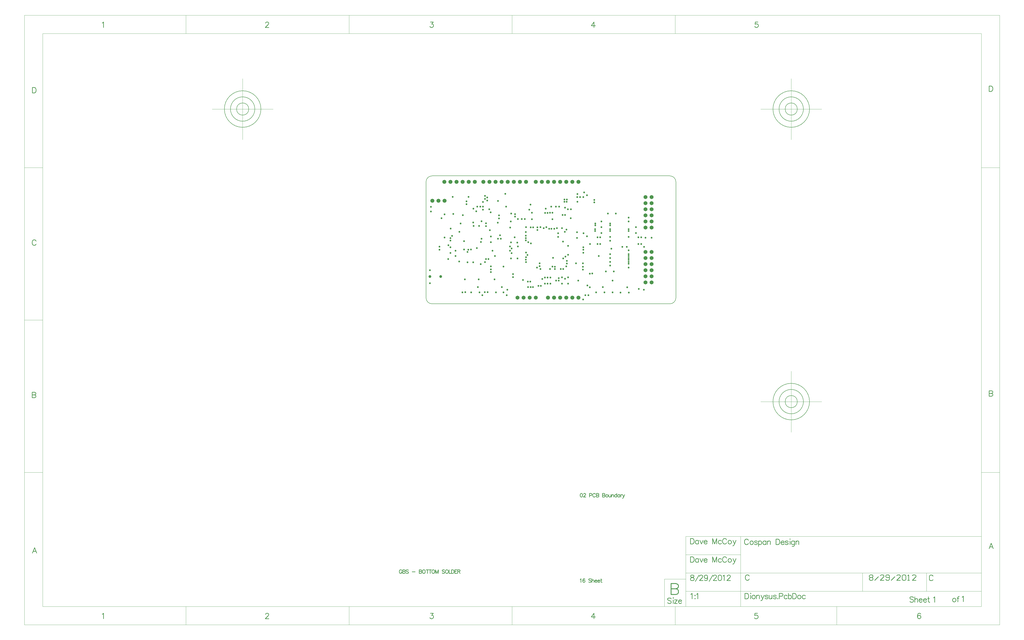
<source format=gbs>
%FSLAX25Y25*%
%MOIN*%
G70*
G01*
G75*
G04 Layer_Color=16711935*
%ADD10R,0.02953X0.02559*%
%ADD11R,0.05118X0.09055*%
%ADD12R,0.07087X0.07480*%
%ADD13R,0.05512X0.06299*%
%ADD14R,0.05315X0.01575*%
%ADD15R,0.02559X0.02953*%
%ADD16R,0.02362X0.03937*%
%ADD17R,0.01772X0.03937*%
%ADD18R,0.02362X0.01969*%
%ADD19R,0.01969X0.02362*%
%ADD20R,0.05906X0.05118*%
%ADD21R,0.04331X0.12598*%
%ADD22R,0.09843X0.03543*%
%ADD23R,0.00984X0.03150*%
%ADD24R,0.02756X0.01969*%
%ADD25R,0.01969X0.02756*%
%ADD26R,0.07874X0.04724*%
%ADD27R,0.07087X0.11811*%
%ADD28R,0.04921X0.07284*%
%ADD29R,0.07480X0.02835*%
%ADD30R,0.04921X0.01378*%
%ADD31O,0.06102X0.02165*%
%ADD32O,0.01181X0.07087*%
%ADD33O,0.07087X0.01181*%
%ADD34C,0.00600*%
%ADD35C,0.01000*%
%ADD36C,0.01500*%
%ADD37C,0.02000*%
%ADD38C,0.03000*%
%ADD39C,0.00400*%
%ADD40C,0.00200*%
%ADD41C,0.01400*%
%ADD42C,0.06000*%
%ADD43C,0.05906*%
%ADD44C,0.03937*%
%ADD45C,0.02400*%
%ADD46C,0.04000*%
%ADD47C,0.14900*%
%ADD48C,0.06400*%
%ADD49C,0.06416*%
G04:AMPARAMS|DCode=50|XSize=80.157mil|YSize=80.157mil|CornerRadius=0mil|HoleSize=0mil|Usage=FLASHONLY|Rotation=0.000|XOffset=0mil|YOffset=0mil|HoleType=Round|Shape=Relief|Width=8mil|Gap=10mil|Entries=4|*
%AMTHD50*
7,0,0,0.08016,0.06016,0.00800,45*
%
%ADD50THD50*%
G04:AMPARAMS|DCode=51|XSize=80mil|YSize=80mil|CornerRadius=0mil|HoleSize=0mil|Usage=FLASHONLY|Rotation=0.000|XOffset=0mil|YOffset=0mil|HoleType=Round|Shape=Relief|Width=8mil|Gap=10mil|Entries=4|*
%AMTHD51*
7,0,0,0.08000,0.06000,0.00800,45*
%
%ADD51THD51*%
%ADD52C,0.08699*%
%ADD53C,0.09487*%
G04:AMPARAMS|DCode=54|XSize=50mil|YSize=50mil|CornerRadius=0mil|HoleSize=0mil|Usage=FLASHONLY|Rotation=0.000|XOffset=0mil|YOffset=0mil|HoleType=Round|Shape=Relief|Width=8mil|Gap=10mil|Entries=4|*
%AMTHD54*
7,0,0,0.05000,0.03000,0.00800,45*
%
%ADD54THD54*%
%ADD55C,0.03400*%
%ADD56C,0.00984*%
%ADD57C,0.02362*%
%ADD58C,0.00787*%
%ADD59C,0.00394*%
%ADD60R,0.03553X0.03159*%
%ADD61R,0.05718X0.09655*%
%ADD62R,0.07687X0.08080*%
%ADD63R,0.06112X0.06899*%
%ADD64R,0.05915X0.02175*%
%ADD65R,0.03159X0.03553*%
%ADD66R,0.02962X0.04537*%
%ADD67R,0.02372X0.04537*%
%ADD68R,0.02962X0.02569*%
%ADD69R,0.02569X0.02962*%
%ADD70R,0.06506X0.05718*%
%ADD71R,0.04931X0.13198*%
%ADD72R,0.10394X0.04095*%
%ADD73R,0.01535X0.03701*%
%ADD74R,0.03356X0.02569*%
%ADD75R,0.02569X0.03356*%
%ADD76R,0.08474X0.05324*%
%ADD77R,0.07687X0.12411*%
%ADD78R,0.05521X0.07883*%
%ADD79R,0.08080X0.03435*%
%ADD80R,0.05521X0.01978*%
%ADD81O,0.06702X0.02765*%
%ADD82O,0.01781X0.07687*%
%ADD83O,0.07687X0.01781*%
%ADD84C,0.00300*%
%ADD85C,0.06600*%
%ADD86C,0.06506*%
%ADD87C,0.04537*%
%ADD88C,0.03000*%
D34*
X610000Y-160000D02*
G03*
X610000Y-160000I-10000J0D01*
G01*
X620000D02*
G03*
X620000Y-160000I-20000J0D01*
G01*
X630000D02*
G03*
X630000Y-160000I-30000J0D01*
G01*
X610000Y320000D02*
G03*
X610000Y320000I-10000J0D01*
G01*
X620000D02*
G03*
X620000Y320000I-20000J0D01*
G01*
X630000D02*
G03*
X630000Y320000I-30000J0D01*
G01*
X-290000D02*
G03*
X-290000Y320000I-10000J0D01*
G01*
X-280000D02*
G03*
X-280000Y320000I-20000J0D01*
G01*
X-270000D02*
G03*
X-270000Y320000I-30000J0D01*
G01*
X800Y10400D02*
G03*
X10800Y400I10000J0D01*
G01*
Y210400D02*
G03*
X800Y200400I0J-10000D01*
G01*
X410800D02*
G03*
X400800Y210400I-10000J0D01*
G01*
Y400D02*
G03*
X410800Y10400I0J10000D01*
G01*
X800D02*
Y200400D01*
X10800Y400D02*
X400800D01*
X410800Y10400D02*
Y200400D01*
X10800Y210400D02*
X400800D01*
D35*
X-38940Y-437142D02*
X-39226Y-436571D01*
X-39797Y-436000D01*
X-40369Y-435714D01*
X-41511D01*
X-42083Y-436000D01*
X-42654Y-436571D01*
X-42940Y-437142D01*
X-43225Y-437999D01*
Y-439428D01*
X-42940Y-440284D01*
X-42654Y-440856D01*
X-42083Y-441427D01*
X-41511Y-441713D01*
X-40369D01*
X-39797Y-441427D01*
X-39226Y-440856D01*
X-38940Y-440284D01*
Y-439428D01*
X-40369D02*
X-38940D01*
X-37569Y-435714D02*
Y-441713D01*
Y-435714D02*
X-34998D01*
X-34141Y-436000D01*
X-33856Y-436285D01*
X-33570Y-436857D01*
Y-437428D01*
X-33856Y-437999D01*
X-34141Y-438285D01*
X-34998Y-438571D01*
X-37569D02*
X-34998D01*
X-34141Y-438856D01*
X-33856Y-439142D01*
X-33570Y-439713D01*
Y-440570D01*
X-33856Y-441141D01*
X-34141Y-441427D01*
X-34998Y-441713D01*
X-37569D01*
X-28228Y-436571D02*
X-28800Y-436000D01*
X-29657Y-435714D01*
X-30799D01*
X-31656Y-436000D01*
X-32228Y-436571D01*
Y-437142D01*
X-31942Y-437714D01*
X-31656Y-437999D01*
X-31085Y-438285D01*
X-29371Y-438856D01*
X-28800Y-439142D01*
X-28514Y-439428D01*
X-28228Y-439999D01*
Y-440856D01*
X-28800Y-441427D01*
X-29657Y-441713D01*
X-30799D01*
X-31656Y-441427D01*
X-32228Y-440856D01*
X-22173Y-439142D02*
X-17031D01*
X-10547Y-435714D02*
Y-441713D01*
Y-435714D02*
X-7976D01*
X-7119Y-436000D01*
X-6833Y-436285D01*
X-6547Y-436857D01*
Y-437428D01*
X-6833Y-437999D01*
X-7119Y-438285D01*
X-7976Y-438571D01*
X-10547D02*
X-7976D01*
X-7119Y-438856D01*
X-6833Y-439142D01*
X-6547Y-439713D01*
Y-440570D01*
X-6833Y-441141D01*
X-7119Y-441427D01*
X-7976Y-441713D01*
X-10547D01*
X-3491Y-435714D02*
X-4062Y-436000D01*
X-4634Y-436571D01*
X-4919Y-437142D01*
X-5205Y-437999D01*
Y-439428D01*
X-4919Y-440284D01*
X-4634Y-440856D01*
X-4062Y-441427D01*
X-3491Y-441713D01*
X-2348D01*
X-1777Y-441427D01*
X-1206Y-440856D01*
X-920Y-440284D01*
X-634Y-439428D01*
Y-437999D01*
X-920Y-437142D01*
X-1206Y-436571D01*
X-1777Y-436000D01*
X-2348Y-435714D01*
X-3491D01*
X2765D02*
Y-441713D01*
X765Y-435714D02*
X4764D01*
X7478D02*
Y-441713D01*
X5479Y-435714D02*
X9478D01*
X11906D02*
X11334Y-436000D01*
X10763Y-436571D01*
X10478Y-437142D01*
X10192Y-437999D01*
Y-439428D01*
X10478Y-440284D01*
X10763Y-440856D01*
X11334Y-441427D01*
X11906Y-441713D01*
X13048D01*
X13620Y-441427D01*
X14191Y-440856D01*
X14477Y-440284D01*
X14762Y-439428D01*
Y-437999D01*
X14477Y-437142D01*
X14191Y-436571D01*
X13620Y-436000D01*
X13048Y-435714D01*
X11906D01*
X16162D02*
Y-441713D01*
Y-435714D02*
X18447Y-441713D01*
X20732Y-435714D02*
X18447Y-441713D01*
X20732Y-435714D02*
Y-441713D01*
X31159Y-436571D02*
X30588Y-436000D01*
X29731Y-435714D01*
X28588D01*
X27731Y-436000D01*
X27160Y-436571D01*
Y-437142D01*
X27445Y-437714D01*
X27731Y-437999D01*
X28302Y-438285D01*
X30016Y-438856D01*
X30588Y-439142D01*
X30873Y-439428D01*
X31159Y-439999D01*
Y-440856D01*
X30588Y-441427D01*
X29731Y-441713D01*
X28588D01*
X27731Y-441427D01*
X27160Y-440856D01*
X34215Y-435714D02*
X33644Y-436000D01*
X33073Y-436571D01*
X32787Y-437142D01*
X32501Y-437999D01*
Y-439428D01*
X32787Y-440284D01*
X33073Y-440856D01*
X33644Y-441427D01*
X34215Y-441713D01*
X35358D01*
X35929Y-441427D01*
X36501Y-440856D01*
X36786Y-440284D01*
X37072Y-439428D01*
Y-437999D01*
X36786Y-437142D01*
X36501Y-436571D01*
X35929Y-436000D01*
X35358Y-435714D01*
X34215D01*
X38472D02*
Y-441713D01*
X41899D01*
X42556Y-435714D02*
Y-441713D01*
Y-435714D02*
X44556D01*
X45413Y-436000D01*
X45984Y-436571D01*
X46270Y-437142D01*
X46556Y-437999D01*
Y-439428D01*
X46270Y-440284D01*
X45984Y-440856D01*
X45413Y-441427D01*
X44556Y-441713D01*
X42556D01*
X51612Y-435714D02*
X47898D01*
Y-441713D01*
X51612D01*
X47898Y-438571D02*
X50183D01*
X52611Y-435714D02*
Y-441713D01*
Y-435714D02*
X55182D01*
X56039Y-436000D01*
X56325Y-436285D01*
X56611Y-436857D01*
Y-437428D01*
X56325Y-437999D01*
X56039Y-438285D01*
X55182Y-438571D01*
X52611D01*
X54611D02*
X56611Y-441713D01*
X255214Y-310501D02*
X254357Y-310787D01*
X253786Y-311644D01*
X253500Y-313072D01*
Y-313929D01*
X253786Y-315357D01*
X254357Y-316214D01*
X255214Y-316500D01*
X255785D01*
X256642Y-316214D01*
X257213Y-315357D01*
X257499Y-313929D01*
Y-313072D01*
X257213Y-311644D01*
X256642Y-310787D01*
X255785Y-310501D01*
X255214D01*
X259127Y-311930D02*
Y-311644D01*
X259413Y-311073D01*
X259699Y-310787D01*
X260270Y-310501D01*
X261413D01*
X261984Y-310787D01*
X262269Y-311073D01*
X262555Y-311644D01*
Y-312215D01*
X262269Y-312787D01*
X261698Y-313644D01*
X258842Y-316500D01*
X262841D01*
X268897Y-313644D02*
X271468D01*
X272324Y-313358D01*
X272610Y-313072D01*
X272896Y-312501D01*
Y-311644D01*
X272610Y-311073D01*
X272324Y-310787D01*
X271468Y-310501D01*
X268897D01*
Y-316500D01*
X278523Y-311930D02*
X278238Y-311358D01*
X277666Y-310787D01*
X277095Y-310501D01*
X275952D01*
X275381Y-310787D01*
X274810Y-311358D01*
X274524Y-311930D01*
X274238Y-312787D01*
Y-314215D01*
X274524Y-315072D01*
X274810Y-315643D01*
X275381Y-316214D01*
X275952Y-316500D01*
X277095D01*
X277666Y-316214D01*
X278238Y-315643D01*
X278523Y-315072D01*
X280209Y-310501D02*
Y-316500D01*
Y-310501D02*
X282779D01*
X283636Y-310787D01*
X283922Y-311073D01*
X284208Y-311644D01*
Y-312215D01*
X283922Y-312787D01*
X283636Y-313072D01*
X282779Y-313358D01*
X280209D02*
X282779D01*
X283636Y-313644D01*
X283922Y-313929D01*
X284208Y-314500D01*
Y-315357D01*
X283922Y-315929D01*
X283636Y-316214D01*
X282779Y-316500D01*
X280209D01*
X290264Y-310501D02*
Y-316500D01*
Y-310501D02*
X292834D01*
X293691Y-310787D01*
X293977Y-311073D01*
X294263Y-311644D01*
Y-312215D01*
X293977Y-312787D01*
X293691Y-313072D01*
X292834Y-313358D01*
X290264D02*
X292834D01*
X293691Y-313644D01*
X293977Y-313929D01*
X294263Y-314500D01*
Y-315357D01*
X293977Y-315929D01*
X293691Y-316214D01*
X292834Y-316500D01*
X290264D01*
X297034Y-312501D02*
X296462Y-312787D01*
X295891Y-313358D01*
X295605Y-314215D01*
Y-314786D01*
X295891Y-315643D01*
X296462Y-316214D01*
X297034Y-316500D01*
X297890D01*
X298462Y-316214D01*
X299033Y-315643D01*
X299319Y-314786D01*
Y-314215D01*
X299033Y-313358D01*
X298462Y-312787D01*
X297890Y-312501D01*
X297034D01*
X300633D02*
Y-315357D01*
X300918Y-316214D01*
X301490Y-316500D01*
X302347D01*
X302918Y-316214D01*
X303775Y-315357D01*
Y-312501D02*
Y-316500D01*
X305346Y-312501D02*
Y-316500D01*
Y-313644D02*
X306203Y-312787D01*
X306774Y-312501D01*
X307631D01*
X308203Y-312787D01*
X308488Y-313644D01*
Y-316500D01*
X313487Y-310501D02*
Y-316500D01*
Y-313358D02*
X312916Y-312787D01*
X312345Y-312501D01*
X311488D01*
X310916Y-312787D01*
X310345Y-313358D01*
X310059Y-314215D01*
Y-314786D01*
X310345Y-315643D01*
X310916Y-316214D01*
X311488Y-316500D01*
X312345D01*
X312916Y-316214D01*
X313487Y-315643D01*
X318515Y-312501D02*
Y-316500D01*
Y-313358D02*
X317943Y-312787D01*
X317372Y-312501D01*
X316515D01*
X315944Y-312787D01*
X315372Y-313358D01*
X315087Y-314215D01*
Y-314786D01*
X315372Y-315643D01*
X315944Y-316214D01*
X316515Y-316500D01*
X317372D01*
X317943Y-316214D01*
X318515Y-315643D01*
X320114Y-312501D02*
Y-316500D01*
Y-314215D02*
X320400Y-313358D01*
X320971Y-312787D01*
X321543Y-312501D01*
X322399D01*
X323228D02*
X324942Y-316500D01*
X326656Y-312501D02*
X324942Y-316500D01*
X324371Y-317643D01*
X323799Y-318214D01*
X323228Y-318500D01*
X322942D01*
X924500Y-142002D02*
Y-151000D01*
Y-142002D02*
X928356D01*
X929642Y-142430D01*
X930070Y-142859D01*
X930499Y-143716D01*
Y-144573D01*
X930070Y-145430D01*
X929642Y-145858D01*
X928356Y-146287D01*
X924500D02*
X928356D01*
X929642Y-146715D01*
X930070Y-147144D01*
X930499Y-148001D01*
Y-149286D01*
X930070Y-150143D01*
X929642Y-150572D01*
X928356Y-151000D01*
X924500D01*
X-638144Y-408500D02*
X-641572Y-399502D01*
X-645000Y-408500D01*
X-643715Y-405501D02*
X-639430D01*
X-645500Y-144502D02*
Y-153500D01*
Y-144502D02*
X-641644D01*
X-640358Y-144930D01*
X-639930Y-145359D01*
X-639501Y-146216D01*
Y-147073D01*
X-639930Y-147930D01*
X-640358Y-148358D01*
X-641644Y-148787D01*
X-645500D02*
X-641644D01*
X-640358Y-149215D01*
X-639930Y-149644D01*
X-639501Y-150501D01*
Y-151786D01*
X-639930Y-152643D01*
X-640358Y-153071D01*
X-641644Y-153500D01*
X-645500D01*
X-639073Y103356D02*
X-639501Y104213D01*
X-640358Y105070D01*
X-641215Y105498D01*
X-642929D01*
X-643786Y105070D01*
X-644643Y104213D01*
X-645072Y103356D01*
X-645500Y102070D01*
Y99928D01*
X-645072Y98642D01*
X-644643Y97785D01*
X-643786Y96929D01*
X-642929Y96500D01*
X-641215D01*
X-640358Y96929D01*
X-639501Y97785D01*
X-639073Y98642D01*
X-645000Y355498D02*
Y346500D01*
Y355498D02*
X-642001D01*
X-640715Y355070D01*
X-639858Y354213D01*
X-639430Y353356D01*
X-639001Y352070D01*
Y349928D01*
X-639430Y348642D01*
X-639858Y347785D01*
X-640715Y346929D01*
X-642001Y346500D01*
X-645000D01*
X812142Y-508287D02*
X811713Y-507430D01*
X810428Y-507002D01*
X809571D01*
X808285Y-507430D01*
X807428Y-508716D01*
X807000Y-510858D01*
Y-513001D01*
X807428Y-514715D01*
X808285Y-515571D01*
X809571Y-516000D01*
X809999D01*
X811285Y-515571D01*
X812142Y-514715D01*
X812570Y-513429D01*
Y-513001D01*
X812142Y-511715D01*
X811285Y-510858D01*
X809999Y-510430D01*
X809571D01*
X808285Y-510858D01*
X807428Y-511715D01*
X807000Y-513001D01*
X524000Y-474502D02*
Y-483500D01*
Y-474502D02*
X526999D01*
X528285Y-474930D01*
X529142Y-475787D01*
X529570Y-476644D01*
X529999Y-477930D01*
Y-480072D01*
X529570Y-481358D01*
X529142Y-482215D01*
X528285Y-483072D01*
X526999Y-483500D01*
X524000D01*
X532869Y-474502D02*
X533298Y-474930D01*
X533727Y-474502D01*
X533298Y-474073D01*
X532869Y-474502D01*
X533298Y-477501D02*
Y-483500D01*
X537454Y-477501D02*
X536597Y-477930D01*
X535740Y-478787D01*
X535312Y-480072D01*
Y-480929D01*
X535740Y-482215D01*
X536597Y-483072D01*
X537454Y-483500D01*
X538740D01*
X539597Y-483072D01*
X540454Y-482215D01*
X540882Y-480929D01*
Y-480072D01*
X540454Y-478787D01*
X539597Y-477930D01*
X538740Y-477501D01*
X537454D01*
X542853D02*
Y-483500D01*
Y-479215D02*
X544138Y-477930D01*
X544995Y-477501D01*
X546281D01*
X547138Y-477930D01*
X547566Y-479215D01*
Y-483500D01*
X550351Y-477501D02*
X552922Y-483500D01*
X555493Y-477501D02*
X552922Y-483500D01*
X552065Y-485214D01*
X551208Y-486071D01*
X550351Y-486499D01*
X549923D01*
X561706Y-478787D02*
X561278Y-477930D01*
X559992Y-477501D01*
X558707D01*
X557421Y-477930D01*
X556993Y-478787D01*
X557421Y-479644D01*
X558278Y-480072D01*
X560421Y-480501D01*
X561278Y-480929D01*
X561706Y-481786D01*
Y-482215D01*
X561278Y-483072D01*
X559992Y-483500D01*
X558707D01*
X557421Y-483072D01*
X556993Y-482215D01*
X563591Y-477501D02*
Y-481786D01*
X564020Y-483072D01*
X564877Y-483500D01*
X566162D01*
X567019Y-483072D01*
X568305Y-481786D01*
Y-477501D02*
Y-483500D01*
X575375Y-478787D02*
X574946Y-477930D01*
X573661Y-477501D01*
X572375D01*
X571090Y-477930D01*
X570661Y-478787D01*
X571090Y-479644D01*
X571947Y-480072D01*
X574089Y-480501D01*
X574946Y-480929D01*
X575375Y-481786D01*
Y-482215D01*
X574946Y-483072D01*
X573661Y-483500D01*
X572375D01*
X571090Y-483072D01*
X570661Y-482215D01*
X577689Y-482643D02*
X577260Y-483072D01*
X577689Y-483500D01*
X578117Y-483072D01*
X577689Y-482643D01*
X580088Y-479215D02*
X583944D01*
X585230Y-478787D01*
X585658Y-478358D01*
X586087Y-477501D01*
Y-476216D01*
X585658Y-475359D01*
X585230Y-474930D01*
X583944Y-474502D01*
X580088D01*
Y-483500D01*
X593242Y-478787D02*
X592385Y-477930D01*
X591528Y-477501D01*
X590243D01*
X589386Y-477930D01*
X588529Y-478787D01*
X588101Y-480072D01*
Y-480929D01*
X588529Y-482215D01*
X589386Y-483072D01*
X590243Y-483500D01*
X591528D01*
X592385Y-483072D01*
X593242Y-482215D01*
X595170Y-474502D02*
Y-483500D01*
Y-478787D02*
X596027Y-477930D01*
X596884Y-477501D01*
X598170D01*
X599027Y-477930D01*
X599884Y-478787D01*
X600312Y-480072D01*
Y-480929D01*
X599884Y-482215D01*
X599027Y-483072D01*
X598170Y-483500D01*
X596884D01*
X596027Y-483072D01*
X595170Y-482215D01*
X602240Y-474502D02*
Y-483500D01*
Y-474502D02*
X605240D01*
X606525Y-474930D01*
X607382Y-475787D01*
X607811Y-476644D01*
X608239Y-477930D01*
Y-480072D01*
X607811Y-481358D01*
X607382Y-482215D01*
X606525Y-483072D01*
X605240Y-483500D01*
X602240D01*
X612395Y-477501D02*
X611538Y-477930D01*
X610681Y-478787D01*
X610253Y-480072D01*
Y-480929D01*
X610681Y-482215D01*
X611538Y-483072D01*
X612395Y-483500D01*
X613681D01*
X614538Y-483072D01*
X615395Y-482215D01*
X615823Y-480929D01*
Y-480072D01*
X615395Y-478787D01*
X614538Y-477930D01*
X613681Y-477501D01*
X612395D01*
X622936Y-478787D02*
X622079Y-477930D01*
X621222Y-477501D01*
X619937D01*
X619080Y-477930D01*
X618223Y-478787D01*
X617794Y-480072D01*
Y-480929D01*
X618223Y-482215D01*
X619080Y-483072D01*
X619937Y-483500D01*
X621222D01*
X622079Y-483072D01*
X622936Y-482215D01*
X435000Y-476216D02*
X435857Y-475787D01*
X437142Y-474502D01*
Y-483500D01*
X442027Y-477501D02*
X441599Y-477930D01*
X442027Y-478358D01*
X442456Y-477930D01*
X442027Y-477501D01*
Y-482643D02*
X441599Y-483072D01*
X442027Y-483500D01*
X442456Y-483072D01*
X442027Y-482643D01*
X444427Y-476216D02*
X445284Y-475787D01*
X446569Y-474502D01*
Y-483500D01*
X402999Y-483287D02*
X402142Y-482430D01*
X400856Y-482002D01*
X399142D01*
X397857Y-482430D01*
X397000Y-483287D01*
Y-484144D01*
X397428Y-485001D01*
X397857Y-485430D01*
X398714Y-485858D01*
X401285Y-486715D01*
X402142Y-487144D01*
X402570Y-487572D01*
X402999Y-488429D01*
Y-489715D01*
X402142Y-490571D01*
X400856Y-491000D01*
X399142D01*
X397857Y-490571D01*
X397000Y-489715D01*
X405869Y-482002D02*
X406298Y-482430D01*
X406727Y-482002D01*
X406298Y-481573D01*
X405869Y-482002D01*
X406298Y-485001D02*
Y-491000D01*
X413025Y-485001D02*
X408312Y-491000D01*
Y-485001D02*
X413025D01*
X408312Y-491000D02*
X413025D01*
X414911Y-487572D02*
X420052D01*
Y-486715D01*
X419624Y-485858D01*
X419195Y-485430D01*
X418338Y-485001D01*
X417053D01*
X416196Y-485430D01*
X415339Y-486287D01*
X414911Y-487572D01*
Y-488429D01*
X415339Y-489715D01*
X416196Y-490571D01*
X417053Y-491000D01*
X418338D01*
X419195Y-490571D01*
X420052Y-489715D01*
X436642Y-444502D02*
X435357Y-444930D01*
X434929Y-445787D01*
Y-446644D01*
X435357Y-447501D01*
X436214Y-447930D01*
X437928Y-448358D01*
X439213Y-448787D01*
X440070Y-449644D01*
X440499Y-450501D01*
Y-451786D01*
X440070Y-452643D01*
X439642Y-453071D01*
X438356Y-453500D01*
X436642D01*
X435357Y-453071D01*
X434929Y-452643D01*
X434500Y-451786D01*
Y-450501D01*
X434929Y-449644D01*
X435785Y-448787D01*
X437071Y-448358D01*
X438785Y-447930D01*
X439642Y-447501D01*
X440070Y-446644D01*
Y-445787D01*
X439642Y-444930D01*
X438356Y-444502D01*
X436642D01*
X442513Y-454785D02*
X448511Y-444502D01*
X449540Y-446644D02*
Y-446216D01*
X449968Y-445359D01*
X450397Y-444930D01*
X451254Y-444502D01*
X452968D01*
X453824Y-444930D01*
X454253Y-445359D01*
X454681Y-446216D01*
Y-447073D01*
X454253Y-447930D01*
X453396Y-449215D01*
X449111Y-453500D01*
X455110D01*
X462694Y-447501D02*
X462265Y-448787D01*
X461409Y-449644D01*
X460123Y-450072D01*
X459695D01*
X458409Y-449644D01*
X457552Y-448787D01*
X457124Y-447501D01*
Y-447073D01*
X457552Y-445787D01*
X458409Y-444930D01*
X459695Y-444502D01*
X460123D01*
X461409Y-444930D01*
X462265Y-445787D01*
X462694Y-447501D01*
Y-449644D01*
X462265Y-451786D01*
X461409Y-453071D01*
X460123Y-453500D01*
X459266D01*
X457981Y-453071D01*
X457552Y-452215D01*
X465136Y-454785D02*
X471135Y-444502D01*
X472163Y-446644D02*
Y-446216D01*
X472592Y-445359D01*
X473020Y-444930D01*
X473877Y-444502D01*
X475591D01*
X476448Y-444930D01*
X476877Y-445359D01*
X477305Y-446216D01*
Y-447073D01*
X476877Y-447930D01*
X476020Y-449215D01*
X471735Y-453500D01*
X477734D01*
X482318Y-444502D02*
X481033Y-444930D01*
X480176Y-446216D01*
X479747Y-448358D01*
Y-449644D01*
X480176Y-451786D01*
X481033Y-453071D01*
X482318Y-453500D01*
X483175D01*
X484461Y-453071D01*
X485318Y-451786D01*
X485746Y-449644D01*
Y-448358D01*
X485318Y-446216D01*
X484461Y-444930D01*
X483175Y-444502D01*
X482318D01*
X487760Y-446216D02*
X488617Y-445787D01*
X489902Y-444502D01*
Y-453500D01*
X494787Y-446644D02*
Y-446216D01*
X495216Y-445359D01*
X495644Y-444930D01*
X496501Y-444502D01*
X498215D01*
X499072Y-444930D01*
X499500Y-445359D01*
X499929Y-446216D01*
Y-447073D01*
X499500Y-447930D01*
X498643Y-449215D01*
X494359Y-453500D01*
X500357D01*
X434500Y-414502D02*
Y-423500D01*
Y-414502D02*
X437499D01*
X438785Y-414930D01*
X439642Y-415787D01*
X440070Y-416644D01*
X440499Y-417930D01*
Y-420072D01*
X440070Y-421358D01*
X439642Y-422215D01*
X438785Y-423071D01*
X437499Y-423500D01*
X434500D01*
X447654Y-417501D02*
Y-423500D01*
Y-418787D02*
X446797Y-417930D01*
X445940Y-417501D01*
X444655D01*
X443798Y-417930D01*
X442941Y-418787D01*
X442513Y-420072D01*
Y-420929D01*
X442941Y-422215D01*
X443798Y-423071D01*
X444655Y-423500D01*
X445940D01*
X446797Y-423071D01*
X447654Y-422215D01*
X450054Y-417501D02*
X452625Y-423500D01*
X455196Y-417501D02*
X452625Y-423500D01*
X456652Y-420072D02*
X461794D01*
Y-419215D01*
X461366Y-418358D01*
X460937Y-417930D01*
X460080Y-417501D01*
X458795D01*
X457938Y-417930D01*
X457081Y-418787D01*
X456652Y-420072D01*
Y-420929D01*
X457081Y-422215D01*
X457938Y-423071D01*
X458795Y-423500D01*
X460080D01*
X460937Y-423071D01*
X461794Y-422215D01*
X470792Y-414502D02*
Y-423500D01*
Y-414502D02*
X474220Y-423500D01*
X477648Y-414502D02*
X474220Y-423500D01*
X477648Y-414502D02*
Y-423500D01*
X485360Y-418787D02*
X484504Y-417930D01*
X483647Y-417501D01*
X482361D01*
X481504Y-417930D01*
X480647Y-418787D01*
X480219Y-420072D01*
Y-420929D01*
X480647Y-422215D01*
X481504Y-423071D01*
X482361Y-423500D01*
X483647D01*
X484504Y-423071D01*
X485360Y-422215D01*
X493716Y-416644D02*
X493287Y-415787D01*
X492430Y-414930D01*
X491573Y-414502D01*
X489860D01*
X489003Y-414930D01*
X488146Y-415787D01*
X487717Y-416644D01*
X487289Y-417930D01*
Y-420072D01*
X487717Y-421358D01*
X488146Y-422215D01*
X489003Y-423071D01*
X489860Y-423500D01*
X491573D01*
X492430Y-423071D01*
X493287Y-422215D01*
X493716Y-421358D01*
X498386Y-417501D02*
X497529Y-417930D01*
X496672Y-418787D01*
X496244Y-420072D01*
Y-420929D01*
X496672Y-422215D01*
X497529Y-423071D01*
X498386Y-423500D01*
X499672D01*
X500529Y-423071D01*
X501386Y-422215D01*
X501814Y-420929D01*
Y-420072D01*
X501386Y-418787D01*
X500529Y-417930D01*
X499672Y-417501D01*
X498386D01*
X504214D02*
X506784Y-423500D01*
X509355Y-417501D02*
X506784Y-423500D01*
X505928Y-425214D01*
X505071Y-426071D01*
X504214Y-426499D01*
X503785D01*
X434500Y-384502D02*
Y-393500D01*
Y-384502D02*
X437499D01*
X438785Y-384930D01*
X439642Y-385787D01*
X440070Y-386644D01*
X440499Y-387930D01*
Y-390072D01*
X440070Y-391358D01*
X439642Y-392215D01*
X438785Y-393072D01*
X437499Y-393500D01*
X434500D01*
X447654Y-387501D02*
Y-393500D01*
Y-388787D02*
X446797Y-387930D01*
X445940Y-387501D01*
X444655D01*
X443798Y-387930D01*
X442941Y-388787D01*
X442513Y-390072D01*
Y-390929D01*
X442941Y-392215D01*
X443798Y-393072D01*
X444655Y-393500D01*
X445940D01*
X446797Y-393072D01*
X447654Y-392215D01*
X450054Y-387501D02*
X452625Y-393500D01*
X455196Y-387501D02*
X452625Y-393500D01*
X456652Y-390072D02*
X461794D01*
Y-389215D01*
X461366Y-388358D01*
X460937Y-387930D01*
X460080Y-387501D01*
X458795D01*
X457938Y-387930D01*
X457081Y-388787D01*
X456652Y-390072D01*
Y-390929D01*
X457081Y-392215D01*
X457938Y-393072D01*
X458795Y-393500D01*
X460080D01*
X460937Y-393072D01*
X461794Y-392215D01*
X470792Y-384502D02*
Y-393500D01*
Y-384502D02*
X474220Y-393500D01*
X477648Y-384502D02*
X474220Y-393500D01*
X477648Y-384502D02*
Y-393500D01*
X485360Y-388787D02*
X484504Y-387930D01*
X483647Y-387501D01*
X482361D01*
X481504Y-387930D01*
X480647Y-388787D01*
X480219Y-390072D01*
Y-390929D01*
X480647Y-392215D01*
X481504Y-393072D01*
X482361Y-393500D01*
X483647D01*
X484504Y-393072D01*
X485360Y-392215D01*
X493716Y-386644D02*
X493287Y-385787D01*
X492430Y-384930D01*
X491573Y-384502D01*
X489860D01*
X489003Y-384930D01*
X488146Y-385787D01*
X487717Y-386644D01*
X487289Y-387930D01*
Y-390072D01*
X487717Y-391358D01*
X488146Y-392215D01*
X489003Y-393072D01*
X489860Y-393500D01*
X491573D01*
X492430Y-393072D01*
X493287Y-392215D01*
X493716Y-391358D01*
X498386Y-387501D02*
X497529Y-387930D01*
X496672Y-388787D01*
X496244Y-390072D01*
Y-390929D01*
X496672Y-392215D01*
X497529Y-393072D01*
X498386Y-393500D01*
X499672D01*
X500529Y-393072D01*
X501386Y-392215D01*
X501814Y-390929D01*
Y-390072D01*
X501386Y-388787D01*
X500529Y-387930D01*
X499672Y-387501D01*
X498386D01*
X504214D02*
X506784Y-393500D01*
X509355Y-387501D02*
X506784Y-393500D01*
X505928Y-395214D01*
X505071Y-396071D01*
X504214Y-396499D01*
X503785D01*
X866642Y-482501D02*
X865785Y-482930D01*
X864929Y-483787D01*
X864500Y-485072D01*
Y-485929D01*
X864929Y-487215D01*
X865785Y-488071D01*
X866642Y-488500D01*
X867928D01*
X868785Y-488071D01*
X869642Y-487215D01*
X870070Y-485929D01*
Y-485072D01*
X869642Y-483787D01*
X868785Y-482930D01*
X867928Y-482501D01*
X866642D01*
X875469Y-479502D02*
X874612D01*
X873755Y-479930D01*
X873327Y-481216D01*
Y-488500D01*
X872041Y-482501D02*
X875041D01*
X800499Y-481287D02*
X799642Y-480430D01*
X798356Y-480002D01*
X796642D01*
X795357Y-480430D01*
X794500Y-481287D01*
Y-482144D01*
X794929Y-483001D01*
X795357Y-483430D01*
X796214Y-483858D01*
X798785Y-484715D01*
X799642Y-485144D01*
X800070Y-485572D01*
X800499Y-486429D01*
Y-487715D01*
X799642Y-488572D01*
X798356Y-489000D01*
X796642D01*
X795357Y-488572D01*
X794500Y-487715D01*
X802513Y-480002D02*
Y-489000D01*
Y-484715D02*
X803798Y-483430D01*
X804655Y-483001D01*
X805940D01*
X806797Y-483430D01*
X807226Y-484715D01*
Y-489000D01*
X809583Y-485572D02*
X814724D01*
Y-484715D01*
X814296Y-483858D01*
X813867Y-483430D01*
X813010Y-483001D01*
X811725D01*
X810868Y-483430D01*
X810011Y-484287D01*
X809583Y-485572D01*
Y-486429D01*
X810011Y-487715D01*
X810868Y-488572D01*
X811725Y-489000D01*
X813010D01*
X813867Y-488572D01*
X814724Y-487715D01*
X816652Y-485572D02*
X821794D01*
Y-484715D01*
X821366Y-483858D01*
X820937Y-483430D01*
X820080Y-483001D01*
X818795D01*
X817938Y-483430D01*
X817081Y-484287D01*
X816652Y-485572D01*
Y-486429D01*
X817081Y-487715D01*
X817938Y-488572D01*
X818795Y-489000D01*
X820080D01*
X820937Y-488572D01*
X821794Y-487715D01*
X825008Y-480002D02*
Y-487286D01*
X825436Y-488572D01*
X826293Y-489000D01*
X827150D01*
X823722Y-483001D02*
X826722D01*
X530927Y-446144D02*
X530499Y-445287D01*
X529642Y-444430D01*
X528785Y-444002D01*
X527071D01*
X526214Y-444430D01*
X525357Y-445287D01*
X524929Y-446144D01*
X524500Y-447430D01*
Y-449572D01*
X524929Y-450858D01*
X525357Y-451715D01*
X526214Y-452571D01*
X527071Y-453000D01*
X528785D01*
X529642Y-452571D01*
X530499Y-451715D01*
X530927Y-450858D01*
X728000Y-445502D02*
X729499Y-444003D01*
X732499D01*
X733998Y-445502D01*
Y-447002D01*
X732499Y-448501D01*
X733998Y-450001D01*
Y-451501D01*
X732499Y-453000D01*
X729499D01*
X728000Y-451501D01*
Y-450001D01*
X729499Y-448501D01*
X728000Y-447002D01*
Y-445502D01*
X729499Y-448501D02*
X732499D01*
X736997Y-453000D02*
X742995Y-447002D01*
X751992Y-453000D02*
X745994D01*
X751992Y-447002D01*
Y-445502D01*
X750493Y-444003D01*
X747494D01*
X745994Y-445502D01*
X754991Y-451501D02*
X756491Y-453000D01*
X759490D01*
X760989Y-451501D01*
Y-445502D01*
X759490Y-444003D01*
X756491D01*
X754991Y-445502D01*
Y-447002D01*
X756491Y-448501D01*
X760989D01*
X763988Y-453000D02*
X769986Y-447002D01*
X778983Y-453000D02*
X772986D01*
X778983Y-447002D01*
Y-445502D01*
X777484Y-444003D01*
X774485D01*
X772986Y-445502D01*
X781983D02*
X783482Y-444003D01*
X786481D01*
X787981Y-445502D01*
Y-451501D01*
X786481Y-453000D01*
X783482D01*
X781983Y-451501D01*
Y-445502D01*
X790980Y-453000D02*
X793979D01*
X792479D01*
Y-444003D01*
X790980Y-445502D01*
X804475Y-453000D02*
X798477D01*
X804475Y-447002D01*
Y-445502D01*
X802976Y-444003D01*
X799977D01*
X798477Y-445502D01*
X544642Y-507002D02*
X540357D01*
X539928Y-510858D01*
X540357Y-510430D01*
X541642Y-510001D01*
X542928D01*
X544213Y-510430D01*
X545070Y-511287D01*
X545499Y-512572D01*
Y-513429D01*
X545070Y-514715D01*
X544213Y-515571D01*
X542928Y-516000D01*
X541642D01*
X540357Y-515571D01*
X539928Y-515143D01*
X539500Y-514286D01*
X276285Y-507002D02*
X272000Y-513001D01*
X278427D01*
X276285Y-507002D02*
Y-516000D01*
X7857Y-507002D02*
X12570D01*
X9999Y-510430D01*
X11285D01*
X12142Y-510858D01*
X12570Y-511287D01*
X12999Y-512572D01*
Y-513429D01*
X12570Y-514715D01*
X11713Y-515571D01*
X10428Y-516000D01*
X9142D01*
X7857Y-515571D01*
X7429Y-515143D01*
X7000Y-514286D01*
X-262572Y-509144D02*
Y-508716D01*
X-262143Y-507859D01*
X-261715Y-507430D01*
X-260858Y-507002D01*
X-259144D01*
X-258287Y-507430D01*
X-257858Y-507859D01*
X-257430Y-508716D01*
Y-509573D01*
X-257858Y-510430D01*
X-258715Y-511715D01*
X-263000Y-516000D01*
X-257001D01*
X-530500Y-508716D02*
X-529643Y-508287D01*
X-528358Y-507002D01*
Y-516000D01*
X545142Y462998D02*
X540857D01*
X540428Y459142D01*
X540857Y459570D01*
X542142Y459999D01*
X543428D01*
X544713Y459570D01*
X545570Y458713D01*
X545999Y457428D01*
Y456571D01*
X545570Y455285D01*
X544713Y454428D01*
X543428Y454000D01*
X542142D01*
X540857Y454428D01*
X540428Y454857D01*
X540000Y455714D01*
X276285Y462998D02*
X272000Y456999D01*
X278427D01*
X276285Y462998D02*
Y454000D01*
X7857Y462998D02*
X12570D01*
X9999Y459570D01*
X11285D01*
X12142Y459142D01*
X12570Y458713D01*
X12999Y457428D01*
Y456571D01*
X12570Y455285D01*
X11713Y454428D01*
X10428Y454000D01*
X9142D01*
X7857Y454428D01*
X7429Y454857D01*
X7000Y455714D01*
X-262572Y460856D02*
Y461284D01*
X-262143Y462141D01*
X-261715Y462570D01*
X-260858Y462998D01*
X-259144D01*
X-258287Y462570D01*
X-257858Y462141D01*
X-257430Y461284D01*
Y460427D01*
X-257858Y459570D01*
X-258715Y458285D01*
X-263000Y454000D01*
X-257001D01*
X931356Y-401000D02*
X927928Y-392002D01*
X924500Y-401000D01*
X925785Y-398001D02*
X930070D01*
X529549Y-387581D02*
X529121Y-386724D01*
X528264Y-385867D01*
X527407Y-385439D01*
X525693D01*
X524836Y-385867D01*
X523979Y-386724D01*
X523551Y-387581D01*
X523122Y-388867D01*
Y-391009D01*
X523551Y-392295D01*
X523979Y-393152D01*
X524836Y-394008D01*
X525693Y-394437D01*
X527407D01*
X528264Y-394008D01*
X529121Y-393152D01*
X529549Y-392295D01*
X534220Y-388438D02*
X533363Y-388867D01*
X532506Y-389724D01*
X532077Y-391009D01*
Y-391866D01*
X532506Y-393152D01*
X533363Y-394008D01*
X534220Y-394437D01*
X535505D01*
X536362Y-394008D01*
X537219Y-393152D01*
X537647Y-391866D01*
Y-391009D01*
X537219Y-389724D01*
X536362Y-388867D01*
X535505Y-388438D01*
X534220D01*
X544332Y-389724D02*
X543903Y-388867D01*
X542618Y-388438D01*
X541332D01*
X540047Y-388867D01*
X539618Y-389724D01*
X540047Y-390581D01*
X540904Y-391009D01*
X543046Y-391438D01*
X543903Y-391866D01*
X544332Y-392723D01*
Y-393152D01*
X543903Y-394008D01*
X542618Y-394437D01*
X541332D01*
X540047Y-394008D01*
X539618Y-393152D01*
X546217Y-388438D02*
Y-397436D01*
Y-389724D02*
X547074Y-388867D01*
X547931Y-388438D01*
X549217D01*
X550073Y-388867D01*
X550930Y-389724D01*
X551359Y-391009D01*
Y-391866D01*
X550930Y-393152D01*
X550073Y-394008D01*
X549217Y-394437D01*
X547931D01*
X547074Y-394008D01*
X546217Y-393152D01*
X558429Y-388438D02*
Y-394437D01*
Y-389724D02*
X557572Y-388867D01*
X556715Y-388438D01*
X555429D01*
X554572Y-388867D01*
X553716Y-389724D01*
X553287Y-391009D01*
Y-391866D01*
X553716Y-393152D01*
X554572Y-394008D01*
X555429Y-394437D01*
X556715D01*
X557572Y-394008D01*
X558429Y-393152D01*
X560828Y-388438D02*
Y-394437D01*
Y-390152D02*
X562114Y-388867D01*
X562971Y-388438D01*
X564256D01*
X565113Y-388867D01*
X565542Y-390152D01*
Y-394437D01*
X574968Y-385439D02*
Y-394437D01*
Y-385439D02*
X577967D01*
X579253Y-385867D01*
X580110Y-386724D01*
X580538Y-387581D01*
X580967Y-388867D01*
Y-391009D01*
X580538Y-392295D01*
X580110Y-393152D01*
X579253Y-394008D01*
X577967Y-394437D01*
X574968D01*
X582981Y-391009D02*
X588122D01*
Y-390152D01*
X587694Y-389295D01*
X587265Y-388867D01*
X586409Y-388438D01*
X585123D01*
X584266Y-388867D01*
X583409Y-389724D01*
X582981Y-391009D01*
Y-391866D01*
X583409Y-393152D01*
X584266Y-394008D01*
X585123Y-394437D01*
X586409D01*
X587265Y-394008D01*
X588122Y-393152D01*
X594764Y-389724D02*
X594335Y-388867D01*
X593050Y-388438D01*
X591764D01*
X590479Y-388867D01*
X590051Y-389724D01*
X590479Y-390581D01*
X591336Y-391009D01*
X593478Y-391438D01*
X594335Y-391866D01*
X594764Y-392723D01*
Y-393152D01*
X594335Y-394008D01*
X593050Y-394437D01*
X591764D01*
X590479Y-394008D01*
X590051Y-393152D01*
X597506Y-385439D02*
X597935Y-385867D01*
X598363Y-385439D01*
X597935Y-385011D01*
X597506Y-385439D01*
X597935Y-388438D02*
Y-394437D01*
X605090Y-388438D02*
Y-395294D01*
X604662Y-396579D01*
X604233Y-397008D01*
X603376Y-397436D01*
X602091D01*
X601234Y-397008D01*
X605090Y-389724D02*
X604233Y-388867D01*
X603376Y-388438D01*
X602091D01*
X601234Y-388867D01*
X600377Y-389724D01*
X599948Y-391009D01*
Y-391866D01*
X600377Y-393152D01*
X601234Y-394008D01*
X602091Y-394437D01*
X603376D01*
X604233Y-394008D01*
X605090Y-393152D01*
X607490Y-388438D02*
Y-394437D01*
Y-390152D02*
X608775Y-388867D01*
X609632Y-388438D01*
X610918D01*
X611774Y-388867D01*
X612203Y-390152D01*
Y-394437D01*
X924500Y357998D02*
Y349000D01*
Y357998D02*
X927499D01*
X928785Y357570D01*
X929642Y356713D01*
X930070Y355856D01*
X930499Y354570D01*
Y352428D01*
X930070Y351142D01*
X929642Y350285D01*
X928785Y349429D01*
X927499Y349000D01*
X924500D01*
X-530500Y461284D02*
X-529643Y461713D01*
X-528358Y462998D01*
Y454000D01*
X833142Y-481708D02*
X833999Y-481280D01*
X835284Y-479994D01*
Y-488992D01*
X832498Y-446002D02*
X830999Y-444503D01*
X827999D01*
X826500Y-446002D01*
Y-452001D01*
X827999Y-453500D01*
X830999D01*
X832498Y-452001D01*
X880091Y-480724D02*
X880947Y-480295D01*
X882233Y-479010D01*
Y-488008D01*
X253500Y-451644D02*
X254071Y-451358D01*
X254928Y-450501D01*
Y-456500D01*
X261327Y-451358D02*
X261041Y-450787D01*
X260184Y-450501D01*
X259613D01*
X258756Y-450787D01*
X258185Y-451644D01*
X257899Y-453072D01*
Y-454500D01*
X258185Y-455643D01*
X258756Y-456214D01*
X259613Y-456500D01*
X259899D01*
X260756Y-456214D01*
X261327Y-455643D01*
X261613Y-454786D01*
Y-454500D01*
X261327Y-453644D01*
X260756Y-453072D01*
X259899Y-452786D01*
X259613D01*
X258756Y-453072D01*
X258185Y-453644D01*
X257899Y-454500D01*
X271639Y-451358D02*
X271068Y-450787D01*
X270211Y-450501D01*
X269068D01*
X268211Y-450787D01*
X267640Y-451358D01*
Y-451930D01*
X267926Y-452501D01*
X268211Y-452786D01*
X268782Y-453072D01*
X270496Y-453644D01*
X271068Y-453929D01*
X271353Y-454215D01*
X271639Y-454786D01*
Y-455643D01*
X271068Y-456214D01*
X270211Y-456500D01*
X269068D01*
X268211Y-456214D01*
X267640Y-455643D01*
X272982Y-450501D02*
Y-456500D01*
Y-453644D02*
X273838Y-452786D01*
X274410Y-452501D01*
X275267D01*
X275838Y-452786D01*
X276124Y-453644D01*
Y-456500D01*
X277695Y-454215D02*
X281123D01*
Y-453644D01*
X280837Y-453072D01*
X280551Y-452786D01*
X279980Y-452501D01*
X279123D01*
X278552Y-452786D01*
X277980Y-453358D01*
X277695Y-454215D01*
Y-454786D01*
X277980Y-455643D01*
X278552Y-456214D01*
X279123Y-456500D01*
X279980D01*
X280551Y-456214D01*
X281123Y-455643D01*
X282408Y-454215D02*
X285836D01*
Y-453644D01*
X285550Y-453072D01*
X285265Y-452786D01*
X284693Y-452501D01*
X283836D01*
X283265Y-452786D01*
X282694Y-453358D01*
X282408Y-454215D01*
Y-454786D01*
X282694Y-455643D01*
X283265Y-456214D01*
X283836Y-456500D01*
X284693D01*
X285265Y-456214D01*
X285836Y-455643D01*
X287978Y-450501D02*
Y-455357D01*
X288264Y-456214D01*
X288835Y-456500D01*
X289407D01*
X287121Y-452501D02*
X289121D01*
D39*
X550000Y-160000D02*
X600000D01*
X650000D01*
X600000Y-210000D02*
Y-160000D01*
Y-110000D01*
Y270000D02*
Y320000D01*
Y370000D01*
X550000Y320000D02*
X600000D01*
X650000D01*
X-300000Y270000D02*
Y320000D01*
Y370000D01*
X-350000Y320000D02*
X-300000D01*
X-250000D01*
D40*
X-658000Y-526000D02*
Y474000D01*
X942000D01*
Y-526000D02*
Y474000D01*
X-658000Y-526000D02*
X942000D01*
X-628000Y-496000D02*
Y444000D01*
Y-496000D02*
X912000D01*
X-658000Y-26000D02*
X-628000D01*
X912000Y-496000D02*
Y444000D01*
X-658000Y-276000D02*
X-628000D01*
X-658000Y224000D02*
X-628000D01*
X-393000Y444000D02*
Y474000D01*
X912000Y-276000D02*
X942000D01*
X912000Y224000D02*
X942000D01*
X142000Y444000D02*
Y474000D01*
X-125500Y444000D02*
Y474000D01*
X409500Y444000D02*
Y474000D01*
X-393000Y-526000D02*
Y-496000D01*
X142000Y-526000D02*
Y-496000D01*
X-125500Y-526000D02*
Y-496000D01*
X409500Y-526000D02*
Y-496000D01*
X674500Y-526000D02*
Y-496000D01*
X427000Y-411000D02*
X517000D01*
X427000Y-471000D02*
X912000D01*
X427000Y-441000D02*
X912000D01*
X427000Y-381000D02*
X517000D01*
X822000Y-471000D02*
Y-441000D01*
X717000Y-471000D02*
Y-441000D01*
X517000Y-496000D02*
Y-381000D01*
X427000Y-496000D02*
Y-381000D01*
X392000Y-451000D02*
X427000D01*
X392000Y-496000D02*
Y-451000D01*
X517000Y-381000D02*
X912000D01*
X-628000Y444000D02*
X912000D01*
D41*
X403000Y-458504D02*
Y-476500D01*
Y-458504D02*
X410713D01*
X413283Y-459361D01*
X414141Y-460218D01*
X414997Y-461932D01*
Y-463646D01*
X414141Y-465359D01*
X413283Y-466217D01*
X410713Y-467073D01*
X403000D02*
X410713D01*
X413283Y-467930D01*
X414141Y-468787D01*
X414997Y-470501D01*
Y-473072D01*
X414141Y-474786D01*
X413283Y-475643D01*
X410713Y-476500D01*
X403000D01*
D84*
X10000Y10000D02*
D03*
Y200000D02*
D03*
X400000Y10000D02*
D03*
Y200000D02*
D03*
D85*
X180800Y200400D02*
D03*
X190800D02*
D03*
X200800D02*
D03*
X210800D02*
D03*
X220800D02*
D03*
X230800D02*
D03*
X240800D02*
D03*
X250800D02*
D03*
X31300Y169500D02*
D03*
X21300D02*
D03*
X11300D02*
D03*
X250800Y10400D02*
D03*
X240800D02*
D03*
X230800D02*
D03*
X220800D02*
D03*
X210800D02*
D03*
X200800D02*
D03*
X94800Y200400D02*
D03*
X104800D02*
D03*
X114800D02*
D03*
X124800D02*
D03*
X134800D02*
D03*
X144800D02*
D03*
X154800D02*
D03*
X164800D02*
D03*
X30800D02*
D03*
X40800D02*
D03*
X50800D02*
D03*
X60800D02*
D03*
X70800D02*
D03*
X80800D02*
D03*
D86*
X360800Y85400D02*
D03*
Y75400D02*
D03*
Y65400D02*
D03*
Y35400D02*
D03*
Y45400D02*
D03*
Y55400D02*
D03*
X370800D02*
D03*
Y45400D02*
D03*
Y35400D02*
D03*
Y65400D02*
D03*
Y75400D02*
D03*
Y85400D02*
D03*
X360800Y175400D02*
D03*
Y165400D02*
D03*
Y155400D02*
D03*
Y125400D02*
D03*
Y135400D02*
D03*
Y145400D02*
D03*
X370800D02*
D03*
Y135400D02*
D03*
Y125400D02*
D03*
Y155400D02*
D03*
Y165400D02*
D03*
Y175400D02*
D03*
X180800Y10400D02*
D03*
X150800D02*
D03*
X160800D02*
D03*
X170800D02*
D03*
D87*
X7100Y45147D02*
D03*
X24816D02*
D03*
D88*
X94300Y160000D02*
D03*
X90000D02*
D03*
X85000D02*
D03*
X248900Y175400D02*
D03*
X253500D02*
D03*
X259000D02*
D03*
X258800Y89268D02*
D03*
Y93269D02*
D03*
X22800Y89200D02*
D03*
X146735Y147400D02*
D03*
X138800Y125400D02*
D03*
X22800Y94100D02*
D03*
X37135Y73900D02*
D03*
X183400Y125800D02*
D03*
Y121500D02*
D03*
X231700Y167900D02*
D03*
X231800Y171400D02*
D03*
X227800D02*
D03*
Y167900D02*
D03*
X67300Y168500D02*
D03*
Y163900D02*
D03*
X78400Y156700D02*
D03*
X83200Y152200D02*
D03*
X94300Y167500D02*
D03*
X94100Y155000D02*
D03*
X97600Y177600D02*
D03*
Y172400D02*
D03*
X101200Y169800D02*
D03*
Y175000D02*
D03*
X249300Y180400D02*
D03*
X249100Y167900D02*
D03*
X260200Y183200D02*
D03*
X265000Y178700D02*
D03*
X277000Y171000D02*
D03*
Y167000D02*
D03*
X172300Y163300D02*
D03*
X109900Y87532D02*
D03*
X49300Y79000D02*
D03*
X122300Y113000D02*
D03*
X118800Y107258D02*
D03*
X55200Y69900D02*
D03*
X43431Y111831D02*
D03*
X225400Y102400D02*
D03*
X228500Y118500D02*
D03*
X209300Y75800D02*
D03*
X182800Y59900D02*
D03*
X217500Y110301D02*
D03*
X258800Y84300D02*
D03*
X229500Y78000D02*
D03*
X225800Y74900D02*
D03*
X269800Y98700D02*
D03*
X302791Y104023D02*
D03*
X185300Y29900D02*
D03*
X74900Y19100D02*
D03*
X85843Y27761D02*
D03*
X88500Y19100D02*
D03*
X125300Y27800D02*
D03*
X60716Y19376D02*
D03*
X87300Y40400D02*
D03*
X113300D02*
D03*
X127800Y61665D02*
D03*
X64600Y40400D02*
D03*
X286700Y109500D02*
D03*
X282200D02*
D03*
Y98600D02*
D03*
X312069Y148461D02*
D03*
X308751Y53498D02*
D03*
X349309Y98546D02*
D03*
X353809D02*
D03*
Y109500D02*
D03*
X349309D02*
D03*
X345221Y116621D02*
D03*
X345230Y126070D02*
D03*
X333218Y141818D02*
D03*
Y135519D02*
D03*
Y59928D02*
D03*
X40800Y93200D02*
D03*
X49300Y87500D02*
D03*
X63300Y89500D02*
D03*
X40800Y104100D02*
D03*
X40832Y108069D02*
D03*
X55600Y118600D02*
D03*
X63300Y103300D02*
D03*
X57569Y132269D02*
D03*
X26200Y140900D02*
D03*
X8770Y159639D02*
D03*
X8770Y151961D02*
D03*
X90600Y65400D02*
D03*
X88000Y128100D02*
D03*
X78811D02*
D03*
X107200Y101680D02*
D03*
Y110869D02*
D03*
X68968Y68700D02*
D03*
X78158D02*
D03*
X99100Y132400D02*
D03*
Y127900D02*
D03*
X105500Y121300D02*
D03*
X45400Y148000D02*
D03*
X61300Y145900D02*
D03*
X78100Y133800D02*
D03*
X269500Y50000D02*
D03*
X273468Y50068D02*
D03*
X284084Y78900D02*
D03*
X140700Y148600D02*
D03*
X120600Y145500D02*
D03*
X120500Y140500D02*
D03*
X358169Y23400D02*
D03*
X349832Y24763D02*
D03*
X360831Y109031D02*
D03*
X370831D02*
D03*
X171768Y36931D02*
D03*
X167776D02*
D03*
X141300Y83700D02*
D03*
X138491Y87691D02*
D03*
X196309Y149604D02*
D03*
X248685Y117848D02*
D03*
Y108659D02*
D03*
X164780Y84720D02*
D03*
X150500Y101000D02*
D03*
X151691Y94509D02*
D03*
X198325Y126120D02*
D03*
X223950Y43991D02*
D03*
X233792D02*
D03*
X246909Y67037D02*
D03*
X208115Y139209D02*
D03*
X174650D02*
D03*
X138491Y94600D02*
D03*
X140209Y101091D02*
D03*
X174694Y149800D02*
D03*
X208158D02*
D03*
X233749Y33400D02*
D03*
X164700Y118175D02*
D03*
X164851Y126200D02*
D03*
X188473D02*
D03*
X234001Y80773D02*
D03*
X258300Y56400D02*
D03*
X333461Y19039D02*
D03*
X330804Y27700D02*
D03*
X319861Y19039D02*
D03*
X267077Y14626D02*
D03*
X230800Y61857D02*
D03*
X265000Y111200D02*
D03*
X143400Y44300D02*
D03*
X143400Y49300D02*
D03*
X91842Y107258D02*
D03*
X91000Y102000D02*
D03*
X68800Y85400D02*
D03*
X70279Y89379D02*
D03*
X74547Y89400D02*
D03*
X164800Y69000D02*
D03*
X172725Y125925D02*
D03*
X176662Y125962D02*
D03*
X170300Y154900D02*
D03*
X193800Y124400D02*
D03*
X197100Y156700D02*
D03*
X211100Y123400D02*
D03*
X164700Y112269D02*
D03*
X104700Y155500D02*
D03*
X106900Y150500D02*
D03*
X139900Y135500D02*
D03*
X118700Y133600D02*
D03*
X219200Y159900D02*
D03*
X229000Y158100D02*
D03*
X215600Y124490D02*
D03*
X223906D02*
D03*
X358493Y94000D02*
D03*
X224863Y146268D02*
D03*
X258400Y7500D02*
D03*
X265500Y30500D02*
D03*
X269500Y27500D02*
D03*
X123700Y107258D02*
D03*
X84300Y92000D02*
D03*
X164700Y108332D02*
D03*
X146300Y109400D02*
D03*
X99300Y74000D02*
D03*
X164700Y104395D02*
D03*
X113900Y78900D02*
D03*
X103300Y73900D02*
D03*
X167300Y80400D02*
D03*
X164780Y76836D02*
D03*
X159800Y39700D02*
D03*
X168300Y27900D02*
D03*
X172400D02*
D03*
X189300Y29900D02*
D03*
X228855Y146268D02*
D03*
X299318Y148412D02*
D03*
X217500Y116200D02*
D03*
X238300Y140900D02*
D03*
X223906Y33400D02*
D03*
X250435Y38400D02*
D03*
X231900Y66500D02*
D03*
X187300Y62300D02*
D03*
Y67000D02*
D03*
X218500Y42500D02*
D03*
X229000Y41500D02*
D03*
X218500Y38500D02*
D03*
X214064D02*
D03*
X204200Y57400D02*
D03*
X232000Y71000D02*
D03*
X333218Y122921D02*
D03*
X333170Y119791D02*
D03*
X302791Y129220D02*
D03*
X278550D02*
D03*
X302791Y119771D02*
D03*
X278200D02*
D03*
X302791Y110322D02*
D03*
X295957Y53498D02*
D03*
X302791Y81976D02*
D03*
Y75676D02*
D03*
Y69377D02*
D03*
Y63078D02*
D03*
X333218Y110322D02*
D03*
Y88275D02*
D03*
Y81976D02*
D03*
Y78826D02*
D03*
Y75676D02*
D03*
Y72527D02*
D03*
Y69377D02*
D03*
Y66228D02*
D03*
X225900Y57400D02*
D03*
X233800Y95400D02*
D03*
X322800Y93900D02*
D03*
X304800Y90900D02*
D03*
X330200Y93900D02*
D03*
X238400Y155400D02*
D03*
X233500Y155500D02*
D03*
X288440Y135519D02*
D03*
X278550Y132369D02*
D03*
X302791D02*
D03*
X288400Y126200D02*
D03*
X278200Y122921D02*
D03*
X302791D02*
D03*
X288440Y116621D02*
D03*
X307000Y38400D02*
D03*
X70500Y175900D02*
D03*
X44535D02*
D03*
X7100Y34239D02*
D03*
X31300Y109200D02*
D03*
Y147300D02*
D03*
X258300Y67000D02*
D03*
Y61100D02*
D03*
X127957Y19139D02*
D03*
X115443Y19061D02*
D03*
X279900Y19100D02*
D03*
X290843Y27761D02*
D03*
X293500Y19100D02*
D03*
X132152Y160048D02*
D03*
X91800Y135900D02*
D03*
X188500Y57400D02*
D03*
X40800Y83900D02*
D03*
X204800Y43400D02*
D03*
X206700Y123400D02*
D03*
X97637Y68800D02*
D03*
X37500Y96700D02*
D03*
X286700Y98600D02*
D03*
X231300Y122100D02*
D03*
X65300Y19400D02*
D03*
X259300Y116300D02*
D03*
X262142Y14688D02*
D03*
X307000Y19200D02*
D03*
X202800Y123400D02*
D03*
X200284Y149604D02*
D03*
X204300Y149800D02*
D03*
X206300Y160000D02*
D03*
X213800Y159900D02*
D03*
X164700Y72899D02*
D03*
X150916Y74868D02*
D03*
X141300Y91100D02*
D03*
X168500Y101500D02*
D03*
X173000Y99500D02*
D03*
X107300Y52500D02*
D03*
Y56900D02*
D03*
X107250Y61950D02*
D03*
X191400Y41300D02*
D03*
X195800Y43400D02*
D03*
X212300Y61300D02*
D03*
X208158Y61400D02*
D03*
X200284Y43400D02*
D03*
X195800Y33500D02*
D03*
X200300Y33432D02*
D03*
X204800Y33500D02*
D03*
X176300Y27900D02*
D03*
X41300Y123900D02*
D03*
X140300Y74900D02*
D03*
X221900Y57400D02*
D03*
X212100D02*
D03*
X7100Y55400D02*
D03*
X133300Y14400D02*
D03*
X102035Y19400D02*
D03*
X97300D02*
D03*
X134300Y23400D02*
D03*
X93300Y14400D02*
D03*
X146735Y143500D02*
D03*
X151600Y139400D02*
D03*
X157765D02*
D03*
X162800D02*
D03*
X118800Y169335D02*
D03*
X130800Y180900D02*
D03*
M02*

</source>
